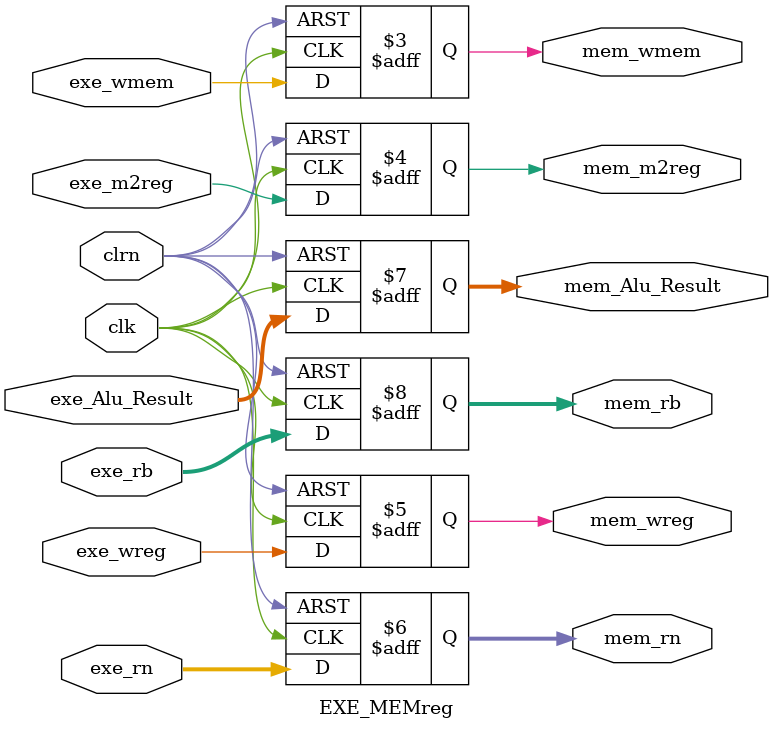
<source format=v>
`timescale 1ns / 1ps
module EXE_MEMreg(clk,clrn,
	exe_Alu_Result,exe_rb,exe_wmem,exe_m2reg,exe_wreg,exe_rn,
	mem_Alu_Result,mem_rb,mem_wmem,mem_m2reg,mem_wreg,mem_rn
    );
	input exe_wmem,exe_m2reg,exe_wreg;
	input clk, clrn;
	input [4:0] exe_rn;
	input [31:0] exe_Alu_Result,exe_rb;
	output mem_wmem,mem_m2reg,mem_wreg;
	output [4:0] mem_rn;
	output [31:0] mem_Alu_Result,mem_rb;
	
	reg mem_wmem,mem_m2reg,mem_wreg;
	reg [4:0] mem_rn;
	reg [31:0] mem_Alu_Result,mem_rb;
	
	always @ (posedge clk or negedge clrn)
		if(clrn ==0 )
			begin 
				mem_wmem<=0;
				mem_m2reg<=0;
				mem_wreg<=0;
				mem_rn<=0;
				mem_Alu_Result<=0;
				mem_rb<=0;
			end
		else
			begin
				mem_wmem<=exe_wmem;
				mem_m2reg<=exe_m2reg;
				mem_wreg<=exe_wreg;
				mem_rn<=exe_rn;
				mem_Alu_Result<=exe_Alu_Result;
				mem_rb<=exe_rb;
			end

endmodule

</source>
